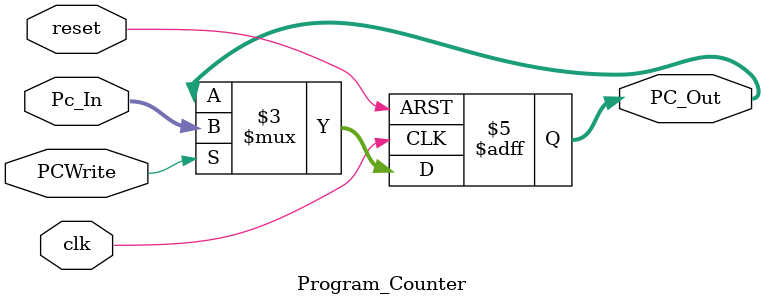
<source format=v>
module Program_Counter(
input clk, reset,
input [63:0] Pc_In,
input PCWrite,
output reg [63:0] PC_Out
);

always @(posedge clk or posedge reset)
begin
	if (reset)
		PC_Out<=0;
	else
		if (PCWrite==1'b1)
		begin
		PC_Out<=Pc_In;
		end
				
end
endmodule
</source>
